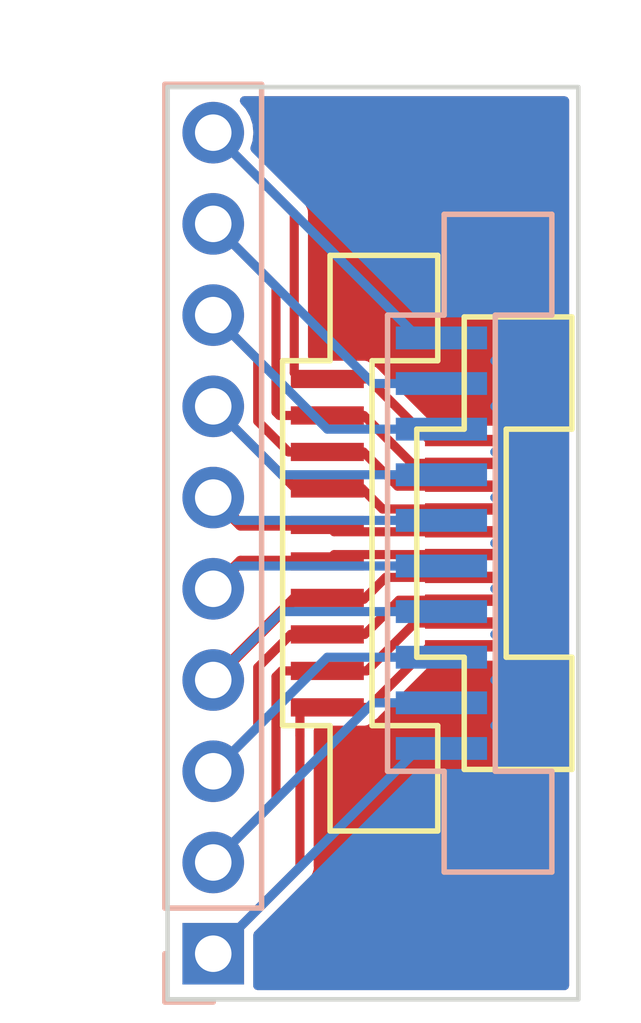
<source format=kicad_pcb>
(kicad_pcb (version 20211014) (generator pcbnew)
  (layers (0 "F.Cu" signal) (31 "B.Cu" signal) (34 "B.Paste" user) (35 "F.Paste" user) (36 "B.SilkS" user "B.Silkscreen") (37 "F.SilkS" user "F.Silkscreen") (38 "B.Mask" user) (39 "F.Mask" user) (44 "Edge.Cuts" user))
  (net 0 "")
  (net 1 "Net-(J1-Pad1)")
  (net 2 "Net-(J1-Pad2)")
  (net 3 "Net-(J1-Pad3)")
  (net 4 "Net-(J1-Pad4)")
  (net 5 "Net-(J1-Pad5)")
  (net 6 "Net-(J1-Pad6)")
  (net 7 "Net-(J1-Pad7)")
  (net 8 "Net-(J1-Pad8)")
  (net 9 "Net-(J1-Pad9)")
  (net 10 "Net-(J1-Pad10)")
  (net 11 "MP")
  (footprint "10p_fpc_breakout:FPC_10_08" (layer "F.Cu") (at 175.5 74 90)
    (fp_text reference "J4" hide)
    (fp_text value "0.8mm")
    (fp_line (start 4 2.42) (end 6.31 2.42) (layer "F.SilkS") (width 0.12))
    (fp_line (start -4 0.98) (end -4 2.42) (layer "F.SilkS") (width 0.12))
    (fp_line (start -6.31 0.06) (end -4 0.06) (layer "F.SilkS") (width 0.12))
    (fp_line (start -4 0.06) (end -4 -0.98) (layer "F.SilkS") (width 0.12))
    (fp_line (start -4 0.98) (end 4 0.98) (layer "F.SilkS") (width 0.12))
    (fp_line (start -6.31 2.42) (end -6.31 0.06) (layer "F.SilkS") (width 0.12))
    (fp_line (start 4 0.98) (end 4 2.42) (layer "F.SilkS") (width 0.12))
    (fp_line (start -4 2.42) (end -6.31 2.42) (layer "F.SilkS") (width 0.12))
    (fp_line (start 4 0.06) (end 4 -0.98) (layer "F.SilkS") (width 0.12))
    (fp_line (start -4 -0.98) (end 4 -0.98) (layer "F.SilkS") (width 0.12))
    (fp_line (start 6.31 2.42) (end 6.31 0.06) (layer "F.SilkS") (width 0.12))
    (fp_line (start 6.31 0.06) (end 4 0.06) (layer "F.SilkS") (width 0.12))
    (pad "1" smd rect (at -3.6 0 90) (size 0.4 1.6) (layers "F.Cu" "F.Paste" "F.Mask") (net 1 "Net-(J1-Pad1)"))
    (pad "2" smd rect (at -2.8 0 90) (size 0.4 1.6) (layers "F.Cu" "F.Paste" "F.Mask") (net 2 "Net-(J1-Pad2)"))
    (pad "3" smd rect (at -2 0 90) (size 0.4 1.6) (layers "F.Cu" "F.Paste" "F.Mask") (net 3 "Net-(J1-Pad3)"))
    (pad "4" smd rect (at -1.2 0 90) (size 0.4 1.6) (layers "F.Cu" "F.Paste" "F.Mask") (net 4 "Net-(J1-Pad4)"))
    (pad "5" smd rect (at -0.4 0 90) (size 0.4 1.6) (layers "F.Cu" "F.Paste" "F.Mask") (net 5 "Net-(J1-Pad5)"))
    (pad "6" smd rect (at 0.4 0 90) (size 0.4 1.6) (layers "F.Cu" "F.Paste" "F.Mask") (net 6 "Net-(J1-Pad6)"))
    (pad "7" smd rect (at 1.2 0 90) (size 0.4 1.6) (layers "F.Cu" "F.Paste" "F.Mask") (net 7 "Net-(J1-Pad7)"))
    (pad "8" smd rect (at 2 0 90) (size 0.4 1.6) (layers "F.Cu" "F.Paste" "F.Mask") (net 8 "Net-(J1-Pad8)"))
    (pad "9" smd rect (at 2.8 0 90) (size 0.4 1.6) (layers "F.Cu" "F.Paste" "F.Mask") (net 9 "Net-(J1-Pad9)"))
    (pad "10" smd rect (at 3.6 0 90) (size 0.4 1.6) (layers "F.Cu" "F.Paste" "F.Mask") (net 10 "Net-(J1-Pad10)"))
    (pad "MP" smd rect (at 5.2 1.3 90) (size 1.5 2) (layers "F.Cu" "F.Paste" "F.Mask") (net 11 "MP"))
    (pad "MP" smd rect (at -5.2 1.3 90) (size 1.5 2) (layers "F.Cu" "F.Paste" "F.Mask") (net 11 "MP"))
  )
  (footprint "10p_fpc_breakout:FPC_10_05" (layer "F.Cu") (at 178.44 74 90)
    (fp_text reference "J3" hide)
    (fp_text value "0.5mm")
    (fp_line (start 2.5 0.98) (end 2.5 2.42) (layer "F.SilkS") (width 0.12))
    (fp_line (start -4.96 0.06) (end -2.5 0.06) (layer "F.SilkS") (width 0.12))
    (fp_line (start -2.5 2.42) (end -4.96 2.42) (layer "F.SilkS") (width 0.12))
    (fp_line (start -2.5 0.98) (end -2.5 2.42) (layer "F.SilkS") (width 0.12))
    (fp_line (start -2.5 -0.98) (end 2.5 -0.98) (layer "F.SilkS") (width 0.12))
    (fp_line (start -2.5 0.98) (end 2.5 0.98) (layer "F.SilkS") (width 0.12))
    (fp_line (start -4.96 2.42) (end -4.96 0.06) (layer "F.SilkS") (width 0.12))
    (fp_line (start 2.5 0.06) (end 2.5 -0.98) (layer "F.SilkS") (width 0.12))
    (fp_line (start -2.5 0.06) (end -2.5 -0.98) (layer "F.SilkS") (width 0.12))
    (fp_line (start 4.96 0.06) (end 2.5 0.06) (layer "F.SilkS") (width 0.12))
    (fp_line (start 4.96 2.42) (end 4.96 0.06) (layer "F.SilkS") (width 0.12))
    (fp_line (start 2.5 2.42) (end 4.96 2.42) (layer "F.SilkS") (width 0.12))
    (pad "1" smd rect (at -2.25 0 90) (size 0.25 1.6) (layers "F.Cu" "F.Paste" "F.Mask") (net 1 "Net-(J1-Pad1)"))
    (pad "2" smd rect (at -1.75 0 90) (size 0.25 1.6) (layers "F.Cu" "F.Paste" "F.Mask") (net 2 "Net-(J1-Pad2)"))
    (pad "3" smd rect (at -1.25 0 90) (size 0.25 1.6) (layers "F.Cu" "F.Paste" "F.Mask") (net 3 "Net-(J1-Pad3)"))
    (pad "4" smd rect (at -0.75 0 90) (size 0.25 1.6) (layers "F.Cu" "F.Paste" "F.Mask") (net 4 "Net-(J1-Pad4)"))
    (pad "5" smd rect (at -0.25 0 90) (size 0.25 1.6) (layers "F.Cu" "F.Paste" "F.Mask") (net 5 "Net-(J1-Pad5)"))
    (pad "6" smd rect (at 0.25 0 90) (size 0.25 1.6) (layers "F.Cu" "F.Paste" "F.Mask") (net 6 "Net-(J1-Pad6)"))
    (pad "7" smd rect (at 0.75 0 90) (size 0.25 1.6) (layers "F.Cu" "F.Paste" "F.Mask") (net 7 "Net-(J1-Pad7)"))
    (pad "8" smd rect (at 1.25 0 90) (size 0.25 1.6) (layers "F.Cu" "F.Paste" "F.Mask") (net 8 "Net-(J1-Pad8)"))
    (pad "9" smd rect (at 1.75 0 90) (size 0.25 1.6) (layers "F.Cu" "F.Paste" "F.Mask") (net 9 "Net-(J1-Pad9)"))
    (pad "10" smd rect (at 2.25 0 90) (size 0.25 1.6) (layers "F.Cu" "F.Paste" "F.Mask") (net 10 "Net-(J1-Pad10)"))
    (pad "MP" smd rect (at -3.85 1.3 90) (size 1.5 2) (layers "F.Cu" "F.Paste" "F.Mask") (net 11 "MP"))
    (pad "MP" smd rect (at 3.85 1.3 90) (size 1.5 2) (layers "F.Cu" "F.Paste" "F.Mask") (net 11 "MP"))
  )
  (footprint "10p_fpc_breakout:FPC_10_10" (layer "B.Cu") (at 178 74 -90)
    (fp_text reference "J2" hide)
    (fp_text value "1mm")
    (fp_line (start -7.21 -2.42) (end -7.21 -0.06) (layer "B.SilkS") (width 0.12))
    (fp_line (start -5 1.18) (end 5 1.18) (layer "B.SilkS") (width 0.12))
    (fp_line (start -5 -2.42) (end -7.21 -2.42) (layer "B.SilkS") (width 0.12))
    (fp_line (start 7.21 -2.42) (end 7.21 -0.06) (layer "B.SilkS") (width 0.12))
    (fp_line (start 5 -1.18) (end 5 -2.42) (layer "B.SilkS") (width 0.12))
    (fp_line (start -5 -1.18) (end 5 -1.18) (layer "B.SilkS") (width 0.12))
    (fp_line (start 5 -0.06) (end 5 1.18) (layer "B.SilkS") (width 0.12))
    (fp_line (start -7.21 -0.06) (end -5 -0.06) (layer "B.SilkS") (width 0.12))
    (fp_line (start -5 -0.06) (end -5 1.18) (layer "B.SilkS") (width 0.12))
    (fp_line (start -5 -1.18) (end -5 -2.42) (layer "B.SilkS") (width 0.12))
    (fp_line (start 5 -2.42) (end 7.21 -2.42) (layer "B.SilkS") (width 0.12))
    (fp_line (start 7.21 -0.06) (end 5 -0.06) (layer "B.SilkS") (width 0.12))
    (pad "1" smd rect (at -4.5 0 270) (size 0.5 2) (layers "B.Cu" "B.Paste" "B.Mask") (net 10 "Net-(J1-Pad10)"))
    (pad "2" smd rect (at -3.5 0 270) (size 0.5 2) (layers "B.Cu" "B.Paste" "B.Mask") (net 9 "Net-(J1-Pad9)"))
    (pad "3" smd rect (at -2.5 0 270) (size 0.5 2) (layers "B.Cu" "B.Paste" "B.Mask") (net 8 "Net-(J1-Pad8)"))
    (pad "4" smd rect (at -1.5 0 270) (size 0.5 2) (layers "B.Cu" "B.Paste" "B.Mask") (net 7 "Net-(J1-Pad7)"))
    (pad "5" smd rect (at -0.5 0 270) (size 0.5 2) (layers "B.Cu" "B.Paste" "B.Mask") (net 6 "Net-(J1-Pad6)"))
    (pad "6" smd rect (at 0.5 0 270) (size 0.5 2) (layers "B.Cu" "B.Paste" "B.Mask") (net 5 "Net-(J1-Pad5)"))
    (pad "7" smd rect (at 1.5 0 270) (size 0.5 2) (layers "B.Cu" "B.Paste" "B.Mask") (net 4 "Net-(J1-Pad4)"))
    (pad "8" smd rect (at 2.5 0 270) (size 0.5 2) (layers "B.Cu" "B.Paste" "B.Mask") (net 3 "Net-(J1-Pad3)"))
    (pad "9" smd rect (at 3.5 0 270) (size 0.5 2) (layers "B.Cu" "B.Paste" "B.Mask") (net 2 "Net-(J1-Pad2)"))
    (pad "10" smd rect (at 4.5 0 270) (size 0.5 2) (layers "B.Cu" "B.Paste" "B.Mask") (net 1 "Net-(J1-Pad1)"))
    (pad "MP" smd rect (at -6.1 -1.3 270) (size 1.5 2) (layers "B.Cu" "B.Paste" "B.Mask") (net 11 "MP"))
    (pad "MP" smd rect (at 6.1 -1.3 270) (size 1.5 2) (layers "B.Cu" "B.Paste" "B.Mask") (net 11 "MP"))
  )
  (footprint "Connector_PinHeader_2.00mm:PinHeader_1x10_P2.00mm_Vertical" (layer "B.Cu") (at 173 83)
    (fp_text reference "J1" hide)
    (fp_text value "Conn_01x10")
    (fp_line (start -1.06 0) (end -1.06 1.06) (layer "B.SilkS") (width 0.12))
    (fp_line (start -1.06 -1) (end 1.06 -1) (layer "B.SilkS") (width 0.12))
    (fp_line (start -1.06 1.06) (end 0 1.06) (layer "B.SilkS") (width 0.12))
    (fp_line (start 1.06 -1) (end 1.06 -19.06) (layer "B.SilkS") (width 0.12))
    (fp_line (start -1.06 -1) (end -1.06 -19.06) (layer "B.SilkS") (width 0.12))
    (fp_line (start -1.06 -19.06) (end 1.06 -19.06) (layer "B.SilkS") (width 0.12))
    (pad "1" thru_hole rect (at 0 0) (size 1.35 1.35) (drill 0.8) (layers *.Cu *.Mask) (net 1 "Net-(J1-Pad1)"))
    (pad "2" thru_hole oval (at 0 -2) (size 1.35 1.35) (drill 0.8) (layers *.Cu *.Mask) (net 2 "Net-(J1-Pad2)"))
    (pad "3" thru_hole oval (at 0 -4) (size 1.35 1.35) (drill 0.8) (layers *.Cu *.Mask) (net 3 "Net-(J1-Pad3)"))
    (pad "4" thru_hole oval (at 0 -6) (size 1.35 1.35) (drill 0.8) (layers *.Cu *.Mask) (net 4 "Net-(J1-Pad4)"))
    (pad "5" thru_hole oval (at 0 -8) (size 1.35 1.35) (drill 0.8) (layers *.Cu *.Mask) (net 5 "Net-(J1-Pad5)"))
    (pad "6" thru_hole oval (at 0 -10) (size 1.35 1.35) (drill 0.8) (layers *.Cu *.Mask) (net 6 "Net-(J1-Pad6)"))
    (pad "7" thru_hole oval (at 0 -12) (size 1.35 1.35) (drill 0.8) (layers *.Cu *.Mask) (net 7 "Net-(J1-Pad7)"))
    (pad "8" thru_hole oval (at 0 -14) (size 1.35 1.35) (drill 0.8) (layers *.Cu *.Mask) (net 8 "Net-(J1-Pad8)"))
    (pad "9" thru_hole oval (at 0 -16) (size 1.35 1.35) (drill 0.8) (layers *.Cu *.Mask) (net 9 "Net-(J1-Pad9)"))
    (pad "10" thru_hole oval (at 0 -18) (size 1.35 1.35) (drill 0.8) (layers *.Cu *.Mask) (net 10 "Net-(J1-Pad10)"))
  )
  (gr_line (start 172 64) (end 172 84) (layer "Edge.Cuts") (width 0.1))
  (gr_line (start 172 84) (end 181 84) (layer "Edge.Cuts") (width 0.1))
  (gr_line (start 181 64) (end 172 64) (layer "Edge.Cuts") (width 0.1))
  (gr_line (start 181 84) (end 181 64) (layer "Edge.Cuts") (width 0.1))
  (segment (start 174.9 78.22) (end 174.9 81.1) (width 0.2) (layer "F.Cu") (net 1))
  (segment (start 174.9 78.22) (end 174.9 77.6) (width 0.2) (layer "F.Cu") (net 1))
  (segment (start 174.9 78.09) (end 174.9 78.22) (width 0.2) (layer "F.Cu") (net 1))
  (segment (start 177.75 76.25) (end 176.4 77.6) (width 0.2) (layer "F.Cu") (net 1))
  (segment (start 174.9 81.1) (end 173 83) (width 0.2) (layer "F.Cu") (net 1))
  (segment (start 176.4 77.6) (end 175.5 77.6) (width 0.2) (layer "F.Cu") (net 1))
  (segment (start 174.9 77.6) (end 174.89 77.59) (width 0.2) (layer "F.Cu") (net 1))
  (segment (start 178.44 76.25) (end 177.75 76.25) (width 0.2) (layer "F.Cu") (net 1))
  (segment (start 178 78.5) (end 177.5 78.5) (width 0.2) (layer "B.Cu") (net 1))
  (segment (start 177.5 78.5) (end 173 83) (width 0.2) (layer "B.Cu") (net 1))
  (segment (start 178.44 75.75) (end 177.415 75.75) (width 0.2) (layer "F.Cu") (net 2))
  (segment (start 174.375 76.925) (end 174.375 79.625) (width 0.2) (layer "F.Cu") (net 2))
  (segment (start 177.415 75.75) (end 176.365 76.8) (width 0.2) (layer "F.Cu") (net 2))
  (segment (start 176.365 76.8) (end 175.5 76.8) (width 0.2) (layer "F.Cu") (net 2))
  (segment (start 174.375 79.625) (end 173 81) (width 0.2) (layer "F.Cu") (net 2))
  (segment (start 174.5 76.8) (end 174.375 76.925) (width 0.2) (layer "F.Cu") (net 2))
  (segment (start 175.5 76.8) (end 174.5 76.8) (width 0.2) (layer "F.Cu") (net 2))
  (segment (start 176.5 77.5) (end 173 81) (width 0.2) (layer "B.Cu") (net 2))
  (segment (start 178 77.5) (end 176.5 77.5) (width 0.2) (layer "B.Cu") (net 2))
  (segment (start 175.5 76) (end 174.7 76) (width 0.2) (layer "F.Cu") (net 3))
  (segment (start 176.32 76) (end 175.5 76) (width 0.2) (layer "F.Cu") (net 3))
  (segment (start 173.975 76.725) (end 173.975 78.025) (width 0.2) (layer "F.Cu") (net 3))
  (segment (start 174.7 76) (end 173.975 76.725) (width 0.2) (layer "F.Cu") (net 3))
  (segment (start 178.44 75.25) (end 177.07 75.25) (width 0.2) (layer "F.Cu") (net 3))
  (segment (start 173.975 78.025) (end 173 79) (width 0.2) (layer "F.Cu") (net 3))
  (segment (start 177.07 75.25) (end 176.32 76) (width 0.2) (layer "F.Cu") (net 3))
  (segment (start 175.5 76.5) (end 173 79) (width 0.2) (layer "B.Cu") (net 3))
  (segment (start 178 76.5) (end 175.5 76.5) (width 0.2) (layer "B.Cu") (net 3))
  (segment (start 175.5 75.2) (end 174.8 75.2) (width 0.25) (layer "F.Cu") (net 4))
  (segment (start 178.44 74.75) (end 176.78 74.75) (width 0.2) (layer "F.Cu") (net 4))
  (segment (start 174.8 75.2) (end 173 77) (width 0.25) (layer "F.Cu") (net 4))
  (segment (start 176.3 75.23) (end 175.53 75.23) (width 0.2) (layer "F.Cu") (net 4))
  (segment (start 175.53 75.23) (end 175.5 75.2) (width 0.2) (layer "F.Cu") (net 4))
  (segment (start 176.78 74.75) (end 176.3 75.23) (width 0.2) (layer "F.Cu") (net 4))
  (segment (start 178 75.5) (end 174.5 75.5) (width 0.2) (layer "B.Cu") (net 4))
  (segment (start 174.5 75.5) (end 173 77) (width 0.2) (layer "B.Cu") (net 4))
  (segment (start 175.5 74.4) (end 173.6 74.4) (width 0.25) (layer "F.Cu") (net 5))
  (segment (start 175.65 74.25) (end 175.5 74.4) (width 0.2) (layer "F.Cu") (net 5))
  (segment (start 178.44 74.25) (end 175.65 74.25) (width 0.2) (layer "F.Cu") (net 5))
  (segment (start 173.6 74.4) (end 173 75) (width 0.25) (layer "F.Cu") (net 5))
  (segment (start 178 74.5) (end 173.5 74.5) (width 0.2) (layer "B.Cu") (net 5))
  (segment (start 173.5 74.5) (end 173 75) (width 0.2) (layer "B.Cu") (net 5))
  (segment (start 175.65 73.75) (end 175.5 73.6) (width 0.2) (layer "F.Cu") (net 6))
  (segment (start 173.6 73.6) (end 173 73) (width 0.25) (layer "F.Cu") (net 6))
  (segment (start 175.5 73.6) (end 173.6 73.6) (width 0.25) (layer "F.Cu") (net 6))
  (segment (start 178.44 73.75) (end 175.65 73.75) (width 0.2) (layer "F.Cu") (net 6))
  (segment (start 173.5 73.5) (end 173 73) (width 0.2) (layer "B.Cu") (net 6))
  (segment (start 178 73.5) (end 173.5 73.5) (width 0.2) (layer "B.Cu") (net 6))
  (segment (start 175.5 72.8) (end 174.8 72.8) (width 0.2) (layer "F.Cu") (net 7))
  (segment (start 178.44 73.25) (end 176.71 73.25) (width 0.2) (layer "F.Cu") (net 7))
  (segment (start 176.71 73.25) (end 176.26 72.8) (width 0.2) (layer "F.Cu") (net 7))
  (segment (start 174.8 72.8) (end 173 71) (width 0.2) (layer "F.Cu") (net 7))
  (segment (start 176.26 72.8) (end 175.5 72.8) (width 0.2) (layer "F.Cu") (net 7))
  (segment (start 178 72.5) (end 174.5 72.5) (width 0.2) (layer "B.Cu") (net 7))
  (segment (start 174.5 72.5) (end 173 71) (width 0.2) (layer "B.Cu") (net 7))
  (segment (start 174.65 72) (end 173.975 71.325) (width 0.2) (layer "F.Cu") (net 8))
  (segment (start 177.04 72.75) (end 176.29 72) (width 0.2) (layer "F.Cu") (net 8))
  (segment (start 173.975 71.325) (end 173.975 69.975) (width 0.2) (layer "F.Cu") (net 8))
  (segment (start 176.29 72) (end 175.5 72) (width 0.2) (layer "F.Cu") (net 8))
  (segment (start 175.5 72) (end 174.65 72) (width 0.2) (layer "F.Cu") (net 8))
  (segment (start 178.44 72.75) (end 177.04 72.75) (width 0.2) (layer "F.Cu") (net 8))
  (segment (start 173.975 69.975) (end 173 69) (width 0.2) (layer "F.Cu") (net 8))
  (segment (start 178 71.5) (end 175.5 71.5) (width 0.2) (layer "B.Cu") (net 8))
  (segment (start 175.5 71.5) (end 173 69) (width 0.2) (layer "B.Cu") (net 8))
  (segment (start 178.44 72.25) (end 177.35 72.25) (width 0.2) (layer "F.Cu") (net 9))
  (segment (start 174.45 71.2) (end 174.375 71.125) (width 0.2) (layer "F.Cu") (net 9))
  (segment (start 175.5 71.2) (end 174.45 71.2) (width 0.2) (layer "F.Cu") (net 9))
  (segment (start 176.3 71.2) (end 175.5 71.2) (width 0.2) (layer "F.Cu") (net 9))
  (segment (start 177.35 72.25) (end 176.3 71.2) (width 0.2) (layer "F.Cu") (net 9))
  (segment (start 174.375 71.125) (end 174.375 68.375) (width 0.2) (layer "F.Cu") (net 9))
  (segment (start 174.375 68.375) (end 173 67) (width 0.2) (layer "F.Cu") (net 9))
  (segment (start 178 70.5) (end 176.5 70.5) (width 0.2) (layer "B.Cu") (net 9))
  (segment (start 176.5 70.5) (end 173 67) (width 0.2) (layer "B.Cu") (net 9))
  (segment (start 177.75 71.75) (end 176.4 70.4) (width 0.2) (layer "F.Cu") (net 10))
  (segment (start 178.44 71.75) (end 177.75 71.75) (width 0.2) (layer "F.Cu") (net 10))
  (segment (start 176.4 70.4) (end 175.5 70.4) (width 0.2) (layer "F.Cu") (net 10))
  (segment (start 174.775 70.265) (end 174.775 66.775) (width 0.2) (layer "F.Cu") (net 10))
  (segment (start 174.94 70.43) (end 174.775 70.265) (width 0.2) (layer "F.Cu") (net 10))
  (segment (start 174.775 66.775) (end 173 65) (width 0.2) (layer "F.Cu") (net 10))
  (segment (start 178 69.5) (end 177.5 69.5) (width 0.2) (layer "B.Cu") (net 10))
  (segment (start 177.5 69.5) (end 173 65) (width 0.2) (layer "B.Cu") (net 10))
  (zone (net 11) (net_name "MP") (layers F&B.Cu) (connect_pads yes (clearance 0.2)) (min_thickness 0.2) (fill yes (thermal_gap 0.2) (thermal_bridge_width 0.21))
    (polygon (pts (xy 181 84) (xy 172 84) (xy 172 64) (xy 181 64)))
  )
)
</source>
